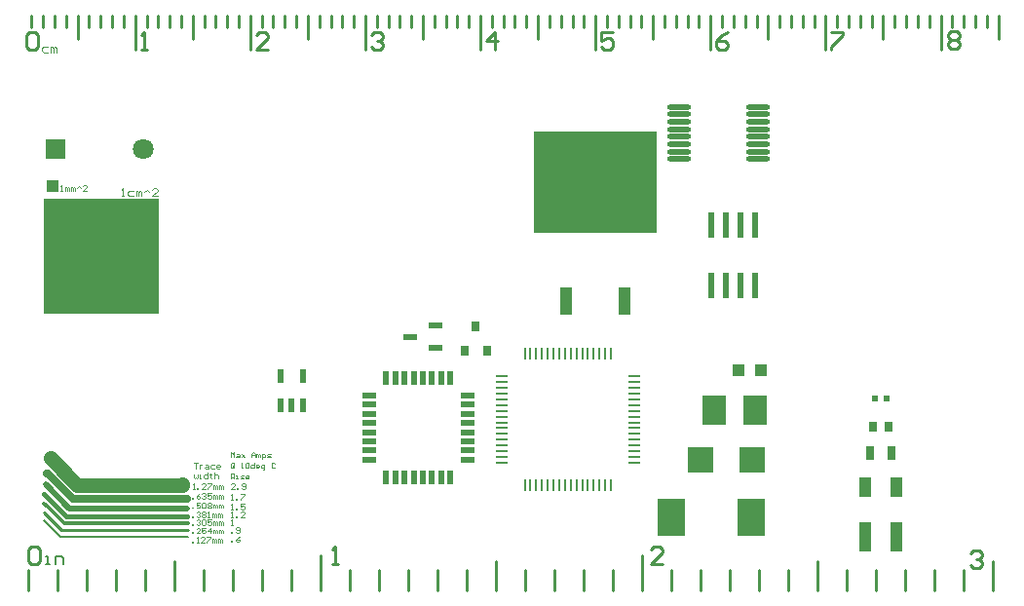
<source format=gtl>
G04 Layer_Physical_Order=1*
G04 Layer_Color=255*
%FSLAX24Y24*%
%MOIN*%
G70*
G01*
G75*
%ADD10O,0.0827X0.0177*%
%ADD11R,0.0236X0.0197*%
%ADD12R,0.0315X0.0354*%
%ADD13R,0.0315X0.0472*%
%ADD14R,0.0433X0.0669*%
%ADD15R,0.0433X0.1024*%
%ADD16R,0.0500X0.0220*%
%ADD17R,0.0220X0.0500*%
%ADD18R,0.0087X0.0394*%
%ADD19R,0.0394X0.0087*%
%ADD20R,0.0240X0.0870*%
%ADD21R,0.0453X0.0236*%
%ADD22R,0.0200X0.0500*%
%ADD23R,0.0315X0.0354*%
%ADD24R,0.0906X0.0906*%
%ADD25R,0.0787X0.0984*%
%ADD26R,0.0945X0.1299*%
%ADD27R,0.0394X0.0394*%
%ADD28R,0.0413X0.0945*%
%ADD29R,0.4193X0.3504*%
%ADD30C,0.0100*%
%ADD31C,0.0500*%
%ADD32C,0.0200*%
%ADD33C,0.0250*%
%ADD34C,0.0050*%
%ADD35C,0.0120*%
%ADD36C,0.0150*%
%ADD37C,0.0039*%
%ADD38C,0.0049*%
%ADD39C,0.0070*%
%ADD40R,0.3937X0.3937*%
%ADD41R,0.0394X0.0394*%
%ADD42R,0.0709X0.0709*%
%ADD43C,0.0709*%
D10*
X31083Y26545D02*
D03*
Y26801D02*
D03*
Y27057D02*
D03*
Y27313D02*
D03*
Y27569D02*
D03*
Y27825D02*
D03*
Y28081D02*
D03*
Y28337D02*
D03*
X28366Y26545D02*
D03*
Y26801D02*
D03*
Y27057D02*
D03*
Y27313D02*
D03*
Y27569D02*
D03*
Y27825D02*
D03*
Y28081D02*
D03*
Y28337D02*
D03*
D11*
X35472Y18346D02*
D03*
X35079D02*
D03*
D12*
X35000Y17402D02*
D03*
X35551D02*
D03*
D13*
X35630Y16496D02*
D03*
X34921D02*
D03*
D14*
X34744Y15315D02*
D03*
X35807D02*
D03*
D15*
X34744Y13638D02*
D03*
X35807D02*
D03*
D16*
X17759Y18465D02*
D03*
Y18150D02*
D03*
Y17835D02*
D03*
Y17520D02*
D03*
Y17205D02*
D03*
Y16890D02*
D03*
Y16575D02*
D03*
Y16260D02*
D03*
X21139D02*
D03*
Y16575D02*
D03*
Y16890D02*
D03*
Y17205D02*
D03*
Y17520D02*
D03*
Y17835D02*
D03*
Y18150D02*
D03*
Y18465D02*
D03*
D17*
X18346Y15672D02*
D03*
X18661D02*
D03*
X18976D02*
D03*
X19291D02*
D03*
X19606D02*
D03*
X19921D02*
D03*
X20236D02*
D03*
X20551D02*
D03*
Y19052D02*
D03*
X20236D02*
D03*
X19921D02*
D03*
X19606D02*
D03*
X19291D02*
D03*
X18976D02*
D03*
X18661D02*
D03*
X18346D02*
D03*
D18*
X24469Y15374D02*
D03*
X24665D02*
D03*
X24075D02*
D03*
X23681D02*
D03*
X23287D02*
D03*
X24272D02*
D03*
X23878D02*
D03*
X23484D02*
D03*
X23091D02*
D03*
X25059D02*
D03*
X25453D02*
D03*
X25846D02*
D03*
X26043D02*
D03*
X25650D02*
D03*
X25256D02*
D03*
X24862D02*
D03*
X24665Y19902D02*
D03*
X24469D02*
D03*
X25059D02*
D03*
X25453D02*
D03*
X25846D02*
D03*
X24862D02*
D03*
X25256D02*
D03*
X25650D02*
D03*
X26043D02*
D03*
X24075D02*
D03*
X23681D02*
D03*
X23287D02*
D03*
X23091D02*
D03*
X23484D02*
D03*
X23878D02*
D03*
X24272D02*
D03*
D19*
X26831Y17539D02*
D03*
Y17736D02*
D03*
Y17146D02*
D03*
Y16752D02*
D03*
Y16358D02*
D03*
Y17342D02*
D03*
Y16949D02*
D03*
Y16555D02*
D03*
Y16161D02*
D03*
Y18130D02*
D03*
Y18524D02*
D03*
Y18917D02*
D03*
Y19114D02*
D03*
Y18721D02*
D03*
Y18327D02*
D03*
Y17933D02*
D03*
X22303Y17736D02*
D03*
Y17539D02*
D03*
Y18130D02*
D03*
Y18524D02*
D03*
Y18917D02*
D03*
Y17933D02*
D03*
Y18327D02*
D03*
Y18721D02*
D03*
Y19114D02*
D03*
Y17146D02*
D03*
Y16752D02*
D03*
Y16358D02*
D03*
Y16161D02*
D03*
Y16555D02*
D03*
Y16949D02*
D03*
Y17342D02*
D03*
D20*
X29486Y22238D02*
D03*
X29986D02*
D03*
X30486D02*
D03*
X30986D02*
D03*
Y24298D02*
D03*
X30486D02*
D03*
X29986D02*
D03*
X29486D02*
D03*
D21*
X20049Y20098D02*
D03*
Y20846D02*
D03*
X19163Y20472D02*
D03*
D22*
X14748Y19110D02*
D03*
X15118Y18110D02*
D03*
X15498Y18110D02*
D03*
X14748D02*
D03*
X15498Y19110D02*
D03*
D23*
X21417Y20827D02*
D03*
X21791Y20000D02*
D03*
X21043D02*
D03*
D24*
X30886Y16260D02*
D03*
X29114D02*
D03*
D25*
X30984Y17953D02*
D03*
X29587D02*
D03*
D26*
X28120Y14291D02*
D03*
X30856D02*
D03*
D27*
X31181Y19331D02*
D03*
X30394D02*
D03*
D28*
X24512Y21693D02*
D03*
X26512D02*
D03*
D29*
X25512Y25768D02*
D03*
D30*
X37323Y30276D02*
Y31457D01*
X37717Y31063D02*
Y31457D01*
X38110Y31063D02*
Y31457D01*
X38504Y31063D02*
Y31457D01*
X38898Y31063D02*
Y31457D01*
X39291Y30669D02*
Y31457D01*
X6220Y31063D02*
Y31457D01*
X6614Y31063D02*
Y31457D01*
X7008Y31063D02*
Y31457D01*
X7402Y31063D02*
Y31457D01*
X7795Y30669D02*
Y31457D01*
X8189Y31063D02*
Y31457D01*
X8583Y31063D02*
Y31457D01*
X8976Y31063D02*
Y31457D01*
X9370Y31063D02*
Y31457D01*
X9764Y30276D02*
Y31457D01*
X13701Y30276D02*
Y31457D01*
X13307Y31063D02*
Y31457D01*
X12913Y31063D02*
Y31457D01*
X12520Y31063D02*
Y31457D01*
X12126Y31063D02*
Y31457D01*
X11732Y30669D02*
Y31457D01*
X11339Y31063D02*
Y31457D01*
X10945Y31063D02*
Y31457D01*
X10551Y31063D02*
Y31457D01*
X10157Y31063D02*
Y31457D01*
X17638Y30276D02*
Y31457D01*
X17244Y31063D02*
Y31457D01*
X16850Y31063D02*
Y31457D01*
X16457Y31063D02*
Y31457D01*
X16063Y31063D02*
Y31457D01*
X15669Y30669D02*
Y31457D01*
X15276Y31063D02*
Y31457D01*
X14882Y31063D02*
Y31457D01*
X14488Y31063D02*
Y31457D01*
X14094Y31063D02*
Y31457D01*
X21575Y30276D02*
Y31457D01*
X21181Y31063D02*
Y31457D01*
X20787Y31063D02*
Y31457D01*
X20394Y31063D02*
Y31457D01*
X20000Y31063D02*
Y31457D01*
X19606Y30669D02*
Y31457D01*
X19213Y31063D02*
Y31457D01*
X18819Y31063D02*
Y31457D01*
X18425Y31063D02*
Y31457D01*
X18031Y31063D02*
Y31457D01*
X25512Y30276D02*
Y31457D01*
X25118Y31063D02*
Y31457D01*
X24724Y31063D02*
Y31457D01*
X24331Y31063D02*
Y31457D01*
X23937Y31063D02*
Y31457D01*
X23543Y30669D02*
Y31457D01*
X23150Y31063D02*
Y31457D01*
X22756Y31063D02*
Y31457D01*
X22362Y31063D02*
Y31457D01*
X21969Y31063D02*
Y31457D01*
X29055Y31063D02*
Y31457D01*
X28661Y31063D02*
Y31457D01*
X28268Y31063D02*
Y31457D01*
X27874Y31063D02*
Y31457D01*
X27480Y30669D02*
Y31457D01*
X27087Y31063D02*
Y31457D01*
X26693Y31063D02*
Y31457D01*
X26299Y31063D02*
Y31457D01*
X25906Y31063D02*
Y31457D01*
X32992Y31063D02*
Y31457D01*
X32598Y31063D02*
Y31457D01*
X32205Y31063D02*
Y31457D01*
X31811Y31063D02*
Y31457D01*
X31417Y30669D02*
Y31457D01*
X31024Y31063D02*
Y31457D01*
X30630Y31063D02*
Y31457D01*
X30236Y31063D02*
Y31457D01*
X29843Y31063D02*
Y31457D01*
X36929Y31063D02*
Y31457D01*
X36535Y31063D02*
Y31457D01*
X36142Y31063D02*
Y31457D01*
X35748Y31063D02*
Y31457D01*
X35354Y30669D02*
Y31457D01*
X34961Y31063D02*
Y31457D01*
X34567Y31063D02*
Y31457D01*
X34173Y31063D02*
Y31457D01*
X33780Y31063D02*
Y31457D01*
X7110Y11800D02*
Y12500D01*
X8110Y11800D02*
Y12500D01*
X10110Y11800D02*
Y12500D01*
X6110Y11800D02*
Y12500D01*
X9110Y11800D02*
Y12500D01*
X11110Y11800D02*
Y12800D01*
X12110Y11800D02*
Y12500D01*
X13110Y11800D02*
Y12500D01*
X14110Y11800D02*
Y12500D01*
X15110Y11800D02*
Y12500D01*
X16110Y11800D02*
Y13000D01*
X27110Y11800D02*
Y13000D01*
X26110Y11800D02*
Y12500D01*
X25110Y11800D02*
Y12500D01*
X24110Y11800D02*
Y12500D01*
X23110Y11800D02*
Y12500D01*
X22110Y11800D02*
Y12800D01*
X20110Y11800D02*
Y12500D01*
X17110Y11800D02*
Y12500D01*
X21110Y11800D02*
Y12500D01*
X19110Y11800D02*
Y12500D01*
X18110Y11800D02*
Y12500D01*
X37110Y11800D02*
Y12500D01*
X36110Y11800D02*
Y12500D01*
X35110Y11800D02*
Y12500D01*
X34110Y11800D02*
Y12500D01*
X33110Y11800D02*
Y12800D01*
X31110Y11800D02*
Y12500D01*
X28110Y11800D02*
Y12500D01*
X32110Y11800D02*
Y12500D01*
X30110Y11800D02*
Y12500D01*
X29110Y11800D02*
Y12500D01*
X7244Y13858D02*
X8583D01*
X9173D01*
X11575D01*
X6654Y14449D02*
X7244Y13858D01*
X29449Y30276D02*
Y31457D01*
X33386Y30276D02*
Y31457D01*
X38094Y11800D02*
Y12500D01*
X37094Y11800D02*
Y12500D01*
X39094Y11800D02*
Y12800D01*
X37559Y30815D02*
X37659Y30915D01*
X37859D01*
X37959Y30815D01*
Y30715D01*
X37859Y30615D01*
X37959Y30515D01*
Y30415D01*
X37859Y30315D01*
X37659D01*
X37559Y30415D01*
Y30515D01*
X37659Y30615D01*
X37559Y30715D01*
Y30815D01*
X37659Y30615D02*
X37859D01*
X9961Y30276D02*
X10161D01*
X10061D01*
Y30875D01*
X9961Y30775D01*
X6024D02*
X6124Y30875D01*
X6324D01*
X6423Y30775D01*
Y30376D01*
X6324Y30276D01*
X6124D01*
X6024Y30376D01*
Y30775D01*
X14298Y30276D02*
X13898D01*
X14298Y30675D01*
Y30775D01*
X14198Y30875D01*
X13998D01*
X13898Y30775D01*
X17835D02*
X17935Y30875D01*
X18135D01*
X18235Y30775D01*
Y30675D01*
X18135Y30575D01*
X18035D01*
X18135D01*
X18235Y30476D01*
Y30376D01*
X18135Y30276D01*
X17935D01*
X17835Y30376D01*
X22072Y30276D02*
Y30875D01*
X21772Y30575D01*
X22172D01*
X26109Y30875D02*
X25709D01*
Y30575D01*
X25909Y30675D01*
X26009D01*
X26109Y30575D01*
Y30376D01*
X26009Y30276D01*
X25809D01*
X25709Y30376D01*
X16510Y12700D02*
X16710D01*
X16610D01*
Y13300D01*
X16510Y13200D01*
X27810Y12700D02*
X27410D01*
X27810Y13100D01*
Y13200D01*
X27710Y13300D01*
X27510D01*
X27410Y13200D01*
X6110D02*
X6210Y13300D01*
X6410D01*
X6510Y13200D01*
Y12800D01*
X6410Y12700D01*
X6210D01*
X6110Y12800D01*
Y13200D01*
X30046Y30875D02*
X29846Y30775D01*
X29646Y30575D01*
Y30376D01*
X29746Y30276D01*
X29946D01*
X30046Y30376D01*
Y30476D01*
X29946Y30575D01*
X29646D01*
X33583Y30875D02*
X33983D01*
Y30775D01*
X33583Y30376D01*
Y30276D01*
X38346Y13059D02*
X38446Y13159D01*
X38646D01*
X38746Y13059D01*
Y12959D01*
X38646Y12859D01*
X38546D01*
X38646D01*
X38746Y12759D01*
Y12659D01*
X38646Y12559D01*
X38446D01*
X38346Y12659D01*
D31*
X6870Y16319D02*
X7784Y15404D01*
X11377D01*
X11378Y15406D01*
D32*
X6709Y15417D02*
Y15421D01*
Y15417D02*
X7521Y14604D01*
X11535D01*
D33*
X6756Y15799D02*
X6760D01*
X7630Y14929D01*
X11535D01*
D34*
X6654Y14173D02*
X7205Y13622D01*
X11575D01*
D35*
X9055Y14094D02*
X11575D01*
X6772Y14646D02*
X7323Y14094D01*
X9055D01*
X6654Y14764D02*
X6772Y14646D01*
D36*
X6654Y15079D02*
X7403Y14329D01*
X11535D01*
D37*
X11760Y16157D02*
X11891D01*
X11825D01*
Y15961D01*
X11957Y16092D02*
Y15961D01*
Y16026D01*
X11989Y16059D01*
X12022Y16092D01*
X12055D01*
X12186D02*
X12252D01*
X12285Y16059D01*
Y15961D01*
X12186D01*
X12153Y15993D01*
X12186Y16026D01*
X12285D01*
X12481Y16092D02*
X12383D01*
X12350Y16059D01*
Y15993D01*
X12383Y15961D01*
X12481D01*
X12645D02*
X12580D01*
X12547Y15993D01*
Y16059D01*
X12580Y16092D01*
X12645D01*
X12678Y16059D01*
Y16026D01*
X12547D01*
X11760Y15761D02*
Y15663D01*
X11793Y15630D01*
X11825Y15663D01*
X11858Y15630D01*
X11891Y15663D01*
Y15761D01*
X11957Y15630D02*
X12022D01*
X11989D01*
Y15761D01*
X11957D01*
X12252Y15827D02*
Y15630D01*
X12153D01*
X12121Y15663D01*
Y15728D01*
X12153Y15761D01*
X12252D01*
X12350Y15794D02*
Y15761D01*
X12317D01*
X12383D01*
X12350D01*
Y15663D01*
X12383Y15630D01*
X12481Y15827D02*
Y15630D01*
Y15728D01*
X12514Y15761D01*
X12580D01*
X12613Y15728D01*
Y15630D01*
X13035Y16340D02*
Y16517D01*
X13094Y16458D01*
X13154Y16517D01*
Y16340D01*
X13242Y16458D02*
X13301D01*
X13331Y16428D01*
Y16340D01*
X13242D01*
X13213Y16369D01*
X13242Y16399D01*
X13331D01*
X13390Y16458D02*
X13508Y16340D01*
X13449Y16399D01*
X13508Y16458D01*
X13390Y16340D01*
X13744D02*
Y16458D01*
X13803Y16517D01*
X13862Y16458D01*
Y16340D01*
Y16428D01*
X13744D01*
X13921Y16340D02*
Y16458D01*
X13950D01*
X13980Y16428D01*
Y16340D01*
Y16428D01*
X14010Y16458D01*
X14039Y16428D01*
Y16340D01*
X14098Y16281D02*
Y16458D01*
X14187D01*
X14216Y16428D01*
Y16369D01*
X14187Y16340D01*
X14098D01*
X14275D02*
X14364D01*
X14393Y16369D01*
X14364Y16399D01*
X14305D01*
X14275Y16428D01*
X14305Y16458D01*
X14393D01*
X13124Y16033D02*
Y16062D01*
X13094D01*
Y16033D01*
X13124D01*
X13154Y16062D01*
Y16121D01*
X13124Y16151D01*
X13065D01*
X13035Y16121D01*
Y16003D01*
X13065Y15974D01*
X13154D01*
X13390D02*
X13449D01*
X13419D01*
Y16151D01*
X13390Y16121D01*
X13537D02*
X13567Y16151D01*
X13626D01*
X13655Y16121D01*
Y16003D01*
X13626Y15974D01*
X13567D01*
X13537Y16003D01*
Y16121D01*
X13832Y16151D02*
Y15974D01*
X13744D01*
X13714Y16003D01*
Y16062D01*
X13744Y16092D01*
X13832D01*
X13980Y15974D02*
X13921D01*
X13891Y16003D01*
Y16062D01*
X13921Y16092D01*
X13980D01*
X14010Y16062D01*
Y16033D01*
X13891D01*
X14128Y15915D02*
X14157D01*
X14187Y15944D01*
Y16092D01*
X14098D01*
X14069Y16062D01*
Y16003D01*
X14098Y15974D01*
X14187D01*
X14541Y16121D02*
X14511Y16151D01*
X14452D01*
X14423Y16121D01*
Y16003D01*
X14452Y15974D01*
X14511D01*
X14541Y16003D01*
X13035Y15608D02*
Y15785D01*
X13124D01*
X13154Y15755D01*
Y15696D01*
X13124Y15667D01*
X13035D01*
X13094D02*
X13154Y15608D01*
X13213D02*
X13272D01*
X13242D01*
Y15726D01*
X13213D01*
X13360Y15608D02*
X13449D01*
X13478Y15637D01*
X13449Y15667D01*
X13390D01*
X13360Y15696D01*
X13390Y15726D01*
X13478D01*
X13626Y15608D02*
X13567D01*
X13537Y15637D01*
Y15696D01*
X13567Y15726D01*
X13626D01*
X13655Y15696D01*
Y15667D01*
X13537D01*
X11693Y13425D02*
Y13458D01*
X11726D01*
Y13425D01*
X11693D01*
X11857D02*
X11923D01*
X11890D01*
Y13622D01*
X11857Y13589D01*
X12152Y13425D02*
X12021D01*
X12152Y13556D01*
Y13589D01*
X12119Y13622D01*
X12054D01*
X12021Y13589D01*
X12218Y13622D02*
X12349D01*
Y13589D01*
X12218Y13458D01*
Y13425D01*
X12414D02*
Y13556D01*
X12447D01*
X12480Y13524D01*
Y13425D01*
Y13524D01*
X12513Y13556D01*
X12546Y13524D01*
Y13425D01*
X12611D02*
Y13556D01*
X12644D01*
X12677Y13524D01*
Y13425D01*
Y13524D01*
X12710Y13556D01*
X12742Y13524D01*
Y13425D01*
X11693Y13740D02*
Y13773D01*
X11726D01*
Y13740D01*
X11693D01*
X11988D02*
X11857D01*
X11988Y13871D01*
Y13904D01*
X11955Y13937D01*
X11890D01*
X11857Y13904D01*
X12185Y13937D02*
X12054D01*
Y13839D01*
X12119Y13871D01*
X12152D01*
X12185Y13839D01*
Y13773D01*
X12152Y13740D01*
X12086D01*
X12054Y13773D01*
X12349Y13740D02*
Y13937D01*
X12250Y13839D01*
X12382D01*
X12447Y13740D02*
Y13871D01*
X12480D01*
X12513Y13839D01*
Y13740D01*
Y13839D01*
X12546Y13871D01*
X12578Y13839D01*
Y13740D01*
X12644D02*
Y13871D01*
X12677D01*
X12710Y13839D01*
Y13740D01*
Y13839D01*
X12742Y13871D01*
X12775Y13839D01*
Y13740D01*
X11693Y14016D02*
Y14049D01*
X11726D01*
Y14016D01*
X11693D01*
X11857Y14180D02*
X11890Y14213D01*
X11955D01*
X11988Y14180D01*
Y14147D01*
X11955Y14114D01*
X11923D01*
X11955D01*
X11988Y14081D01*
Y14049D01*
X11955Y14016D01*
X11890D01*
X11857Y14049D01*
X12054Y14180D02*
X12086Y14213D01*
X12152D01*
X12185Y14180D01*
Y14049D01*
X12152Y14016D01*
X12086D01*
X12054Y14049D01*
Y14180D01*
X12382Y14213D02*
X12250D01*
Y14114D01*
X12316Y14147D01*
X12349D01*
X12382Y14114D01*
Y14049D01*
X12349Y14016D01*
X12283D01*
X12250Y14049D01*
X12447Y14016D02*
Y14147D01*
X12480D01*
X12513Y14114D01*
Y14016D01*
Y14114D01*
X12546Y14147D01*
X12578Y14114D01*
Y14016D01*
X12644D02*
Y14147D01*
X12677D01*
X12710Y14114D01*
Y14016D01*
Y14114D01*
X12742Y14147D01*
X12775Y14114D01*
Y14016D01*
X11693Y14291D02*
Y14324D01*
X11726D01*
Y14291D01*
X11693D01*
X11857Y14455D02*
X11890Y14488D01*
X11955D01*
X11988Y14455D01*
Y14423D01*
X11955Y14390D01*
X11923D01*
X11955D01*
X11988Y14357D01*
Y14324D01*
X11955Y14291D01*
X11890D01*
X11857Y14324D01*
X12054Y14455D02*
X12086Y14488D01*
X12152D01*
X12185Y14455D01*
Y14423D01*
X12152Y14390D01*
X12185Y14357D01*
Y14324D01*
X12152Y14291D01*
X12086D01*
X12054Y14324D01*
Y14357D01*
X12086Y14390D01*
X12054Y14423D01*
Y14455D01*
X12086Y14390D02*
X12152D01*
X12250Y14291D02*
X12316D01*
X12283D01*
Y14488D01*
X12250Y14455D01*
X12414Y14291D02*
Y14423D01*
X12447D01*
X12480Y14390D01*
Y14291D01*
Y14390D01*
X12513Y14423D01*
X12546Y14390D01*
Y14291D01*
X12611D02*
Y14423D01*
X12644D01*
X12677Y14390D01*
Y14291D01*
Y14390D01*
X12710Y14423D01*
X12742Y14390D01*
Y14291D01*
X11693Y14606D02*
Y14639D01*
X11726D01*
Y14606D01*
X11693D01*
X11988Y14803D02*
X11857D01*
Y14705D01*
X11923Y14737D01*
X11955D01*
X11988Y14705D01*
Y14639D01*
X11955Y14606D01*
X11890D01*
X11857Y14639D01*
X12054Y14770D02*
X12086Y14803D01*
X12152D01*
X12185Y14770D01*
Y14639D01*
X12152Y14606D01*
X12086D01*
X12054Y14639D01*
Y14770D01*
X12250D02*
X12283Y14803D01*
X12349D01*
X12382Y14770D01*
Y14737D01*
X12349Y14705D01*
X12382Y14672D01*
Y14639D01*
X12349Y14606D01*
X12283D01*
X12250Y14639D01*
Y14672D01*
X12283Y14705D01*
X12250Y14737D01*
Y14770D01*
X12283Y14705D02*
X12349D01*
X12447Y14606D02*
Y14737D01*
X12480D01*
X12513Y14705D01*
Y14606D01*
Y14705D01*
X12546Y14737D01*
X12578Y14705D01*
Y14606D01*
X12644D02*
Y14737D01*
X12677D01*
X12710Y14705D01*
Y14606D01*
Y14705D01*
X12742Y14737D01*
X12775Y14705D01*
Y14606D01*
X11693Y14921D02*
Y14954D01*
X11726D01*
Y14921D01*
X11693D01*
X11988Y15118D02*
X11923Y15085D01*
X11857Y15020D01*
Y14954D01*
X11890Y14921D01*
X11955D01*
X11988Y14954D01*
Y14987D01*
X11955Y15020D01*
X11857D01*
X12054Y15085D02*
X12086Y15118D01*
X12152D01*
X12185Y15085D01*
Y15052D01*
X12152Y15020D01*
X12119D01*
X12152D01*
X12185Y14987D01*
Y14954D01*
X12152Y14921D01*
X12086D01*
X12054Y14954D01*
X12382Y15118D02*
X12250D01*
Y15020D01*
X12316Y15052D01*
X12349D01*
X12382Y15020D01*
Y14954D01*
X12349Y14921D01*
X12283D01*
X12250Y14954D01*
X12447Y14921D02*
Y15052D01*
X12480D01*
X12513Y15020D01*
Y14921D01*
Y15020D01*
X12546Y15052D01*
X12578Y15020D01*
Y14921D01*
X12644D02*
Y15052D01*
X12677D01*
X12710Y15020D01*
Y14921D01*
Y15020D01*
X12742Y15052D01*
X12775Y15020D01*
Y14921D01*
X11724Y15268D02*
X11790D01*
X11757D01*
Y15465D01*
X11724Y15432D01*
X11888Y15268D02*
Y15301D01*
X11921D01*
Y15268D01*
X11888D01*
X12184D02*
X12052D01*
X12184Y15399D01*
Y15432D01*
X12151Y15465D01*
X12085D01*
X12052Y15432D01*
X12249Y15465D02*
X12380D01*
Y15432D01*
X12249Y15301D01*
Y15268D01*
X12446D02*
Y15399D01*
X12479D01*
X12512Y15366D01*
Y15268D01*
Y15366D01*
X12544Y15399D01*
X12577Y15366D01*
Y15268D01*
X12643D02*
Y15399D01*
X12676D01*
X12708Y15366D01*
Y15268D01*
Y15366D01*
X12741Y15399D01*
X12774Y15366D01*
Y15268D01*
X13028Y13441D02*
Y13474D01*
X13060D01*
Y13441D01*
X13028D01*
X13323Y13638D02*
X13257Y13605D01*
X13192Y13539D01*
Y13474D01*
X13224Y13441D01*
X13290D01*
X13323Y13474D01*
Y13507D01*
X13290Y13539D01*
X13192D01*
X13035Y13760D02*
Y13793D01*
X13068D01*
Y13760D01*
X13035D01*
X13199Y13793D02*
X13232Y13760D01*
X13298D01*
X13331Y13793D01*
Y13924D01*
X13298Y13957D01*
X13232D01*
X13199Y13924D01*
Y13891D01*
X13232Y13858D01*
X13331D01*
X13035Y14020D02*
X13101D01*
X13068D01*
Y14216D01*
X13035Y14184D01*
X13039Y14287D02*
X13105D01*
X13072D01*
Y14484D01*
X13039Y14451D01*
X13203Y14287D02*
Y14320D01*
X13236D01*
Y14287D01*
X13203D01*
X13499D02*
X13367D01*
X13499Y14419D01*
Y14451D01*
X13466Y14484D01*
X13400D01*
X13367Y14451D01*
X13043Y14555D02*
X13109D01*
X13076D01*
Y14752D01*
X13043Y14719D01*
X13207Y14555D02*
Y14588D01*
X13240D01*
Y14555D01*
X13207D01*
X13502Y14752D02*
X13371D01*
Y14654D01*
X13437Y14686D01*
X13470D01*
X13502Y14654D01*
Y14588D01*
X13470Y14555D01*
X13404D01*
X13371Y14588D01*
X13051Y14894D02*
X13117D01*
X13084D01*
Y15090D01*
X13051Y15058D01*
X13215Y14894D02*
Y14927D01*
X13248D01*
Y14894D01*
X13215D01*
X13379Y15090D02*
X13510D01*
Y15058D01*
X13379Y14927D01*
Y14894D01*
X13175Y15264D02*
X13043D01*
X13175Y15395D01*
Y15428D01*
X13142Y15461D01*
X13076D01*
X13043Y15428D01*
X13240Y15264D02*
Y15297D01*
X13273D01*
Y15264D01*
X13240D01*
X13404Y15297D02*
X13437Y15264D01*
X13502D01*
X13535Y15297D01*
Y15428D01*
X13502Y15461D01*
X13437D01*
X13404Y15428D01*
Y15395D01*
X13437Y15362D01*
X13535D01*
X7205Y25472D02*
X7270D01*
X7238D01*
Y25669D01*
X7205Y25636D01*
X7369Y25472D02*
Y25604D01*
X7402D01*
X7434Y25571D01*
Y25472D01*
Y25571D01*
X7467Y25604D01*
X7500Y25571D01*
Y25472D01*
X7566D02*
Y25604D01*
X7598D01*
X7631Y25571D01*
Y25472D01*
Y25571D01*
X7664Y25604D01*
X7697Y25571D01*
Y25472D01*
X7762Y25571D02*
X7828Y25636D01*
X7893Y25571D01*
X8090Y25472D02*
X7959D01*
X8090Y25604D01*
Y25636D01*
X8057Y25669D01*
X7992D01*
X7959Y25636D01*
D38*
X6772Y30394D02*
X6624D01*
X6575Y30344D01*
Y30246D01*
X6624Y30197D01*
X6772D01*
X6870D02*
Y30394D01*
X6919D01*
X6968Y30344D01*
Y30197D01*
Y30344D01*
X7018Y30394D01*
X7067Y30344D01*
Y30197D01*
X9291Y25276D02*
X9383D01*
X9337D01*
Y25551D01*
X9291Y25505D01*
X9705Y25459D02*
X9567D01*
X9521Y25413D01*
Y25322D01*
X9567Y25276D01*
X9705D01*
X9796D02*
Y25459D01*
X9842D01*
X9888Y25413D01*
Y25276D01*
Y25413D01*
X9934Y25459D01*
X9980Y25413D01*
Y25276D01*
X10072Y25413D02*
X10164Y25505D01*
X10256Y25413D01*
X10531Y25276D02*
X10347D01*
X10531Y25459D01*
Y25505D01*
X10485Y25551D01*
X10393D01*
X10347Y25505D01*
D39*
X6710Y12700D02*
X6841D01*
X6776D01*
Y12962D01*
X6710D01*
X7038Y12700D02*
Y12962D01*
X7235D01*
X7301Y12897D01*
Y12700D01*
D40*
X8622Y23228D02*
D03*
D41*
X6929Y25630D02*
D03*
D42*
X7043Y26890D02*
D03*
D43*
X10043D02*
D03*
M02*

</source>
